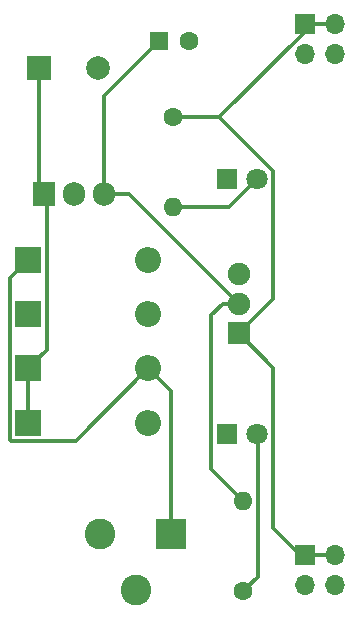
<source format=gtl>
%TF.GenerationSoftware,KiCad,Pcbnew,(5.1.9)-1*%
%TF.CreationDate,2021-12-31T02:05:00-06:00*%
%TF.ProjectId,BreadBoardPowerSupply,42726561-6442-46f6-9172-64506f776572,rev?*%
%TF.SameCoordinates,Original*%
%TF.FileFunction,Copper,L1,Top*%
%TF.FilePolarity,Positive*%
%FSLAX46Y46*%
G04 Gerber Fmt 4.6, Leading zero omitted, Abs format (unit mm)*
G04 Created by KiCad (PCBNEW (5.1.9)-1) date 2021-12-31 02:05:00*
%MOMM*%
%LPD*%
G01*
G04 APERTURE LIST*
%TA.AperFunction,ComponentPad*%
%ADD10C,1.600000*%
%TD*%
%TA.AperFunction,ComponentPad*%
%ADD11O,1.600000X1.600000*%
%TD*%
%TA.AperFunction,ComponentPad*%
%ADD12C,2.000000*%
%TD*%
%TA.AperFunction,ComponentPad*%
%ADD13R,2.000000X2.000000*%
%TD*%
%TA.AperFunction,ComponentPad*%
%ADD14R,1.600000X1.600000*%
%TD*%
%TA.AperFunction,ComponentPad*%
%ADD15O,2.200000X2.200000*%
%TD*%
%TA.AperFunction,ComponentPad*%
%ADD16R,2.200000X2.200000*%
%TD*%
%TA.AperFunction,ComponentPad*%
%ADD17C,1.800000*%
%TD*%
%TA.AperFunction,ComponentPad*%
%ADD18R,1.800000X1.800000*%
%TD*%
%TA.AperFunction,ComponentPad*%
%ADD19C,2.600000*%
%TD*%
%TA.AperFunction,ComponentPad*%
%ADD20R,2.600000X2.600000*%
%TD*%
%TA.AperFunction,ComponentPad*%
%ADD21R,1.700000X1.700000*%
%TD*%
%TA.AperFunction,ComponentPad*%
%ADD22O,1.700000X1.700000*%
%TD*%
%TA.AperFunction,ComponentPad*%
%ADD23C,1.900000*%
%TD*%
%TA.AperFunction,ComponentPad*%
%ADD24R,1.900000X1.900000*%
%TD*%
%TA.AperFunction,ComponentPad*%
%ADD25O,1.905000X2.000000*%
%TD*%
%TA.AperFunction,ComponentPad*%
%ADD26R,1.905000X2.000000*%
%TD*%
%TA.AperFunction,Conductor*%
%ADD27C,0.300000*%
%TD*%
G04 APERTURE END LIST*
D10*
%TO.P,R2,1*%
%TO.N,/Vout2*%
X137795000Y-82677000D03*
D11*
%TO.P,R2,2*%
%TO.N,Net-(D6-Pad2)*%
X137795000Y-90297000D03*
%TD*%
D12*
%TO.P,C1,2*%
%TO.N,/V-*%
X131492000Y-78486000D03*
D13*
%TO.P,C1,1*%
%TO.N,/Vin*%
X126492000Y-78486000D03*
%TD*%
D10*
%TO.P,C2,2*%
%TO.N,/V-*%
X139152000Y-76200000D03*
D14*
%TO.P,C2,1*%
%TO.N,/Vout1*%
X136652000Y-76200000D03*
%TD*%
D15*
%TO.P,D1,2*%
%TO.N,Net-(D1-Pad2)*%
X135741001Y-103929334D03*
D16*
%TO.P,D1,1*%
%TO.N,/Vin*%
X125581001Y-103929334D03*
%TD*%
D15*
%TO.P,D2,2*%
%TO.N,/V-*%
X135741001Y-94742000D03*
D16*
%TO.P,D2,1*%
%TO.N,Net-(D1-Pad2)*%
X125581001Y-94742000D03*
%TD*%
%TO.P,D3,1*%
%TO.N,/Vin*%
X125581001Y-108523001D03*
D15*
%TO.P,D3,2*%
%TO.N,Net-(D3-Pad2)*%
X135741001Y-108523001D03*
%TD*%
%TO.P,D4,2*%
%TO.N,/V-*%
X135741001Y-99335667D03*
D16*
%TO.P,D4,1*%
%TO.N,Net-(D3-Pad2)*%
X125581001Y-99335667D03*
%TD*%
D17*
%TO.P,D5,2*%
%TO.N,Net-(D5-Pad2)*%
X144943000Y-109474000D03*
D18*
%TO.P,D5,1*%
%TO.N,/V-*%
X142403000Y-109474000D03*
%TD*%
%TO.P,D6,1*%
%TO.N,/V-*%
X142403000Y-87884000D03*
D17*
%TO.P,D6,2*%
%TO.N,Net-(D6-Pad2)*%
X144943000Y-87884000D03*
%TD*%
D19*
%TO.P,J1,3*%
%TO.N,Net-(J1-Pad3)*%
X134668000Y-122683000D03*
%TO.P,J1,2*%
%TO.N,Net-(D3-Pad2)*%
X131668000Y-117983000D03*
D20*
%TO.P,J1,1*%
%TO.N,Net-(D1-Pad2)*%
X137668000Y-117983000D03*
%TD*%
D21*
%TO.P,J2,1*%
%TO.N,/Vout2*%
X148971000Y-74803000D03*
D22*
%TO.P,J2,2*%
X151511000Y-74803000D03*
%TO.P,J2,3*%
%TO.N,/V-*%
X148971000Y-77343000D03*
%TO.P,J2,4*%
X151511000Y-77343000D03*
%TD*%
D21*
%TO.P,J3,1*%
%TO.N,/Vout2*%
X148971000Y-119761000D03*
D22*
%TO.P,J3,2*%
X151511000Y-119761000D03*
%TO.P,J3,3*%
%TO.N,/V-*%
X148971000Y-122301000D03*
%TO.P,J3,4*%
X151511000Y-122301000D03*
%TD*%
D11*
%TO.P,R1,2*%
%TO.N,/Vout1*%
X143764000Y-115189000D03*
D10*
%TO.P,R1,1*%
%TO.N,Net-(D5-Pad2)*%
X143764000Y-122809000D03*
%TD*%
D23*
%TO.P,SW1,3*%
%TO.N,Net-(SW1-Pad3)*%
X143383000Y-95965000D03*
%TO.P,SW1,2*%
%TO.N,/Vout1*%
X143383000Y-98465000D03*
D24*
%TO.P,SW1,1*%
%TO.N,/Vout2*%
X143383000Y-100965000D03*
%TD*%
D25*
%TO.P,U1,3*%
%TO.N,/Vout1*%
X131953000Y-89154000D03*
%TO.P,U1,2*%
%TO.N,/V-*%
X129413000Y-89154000D03*
D26*
%TO.P,U1,1*%
%TO.N,/Vin*%
X126873000Y-89154000D03*
%TD*%
D27*
%TO.N,/Vin*%
X126750002Y-89412002D02*
X126492000Y-89154000D01*
X125581001Y-108523001D02*
X125581001Y-103929334D01*
X127131002Y-89412002D02*
X126873000Y-89154000D01*
X127131002Y-102379333D02*
X127131002Y-89412002D01*
X125581001Y-103929334D02*
X127131002Y-102379333D01*
X126492000Y-88773000D02*
X126873000Y-89154000D01*
X126492000Y-78486000D02*
X126492000Y-88773000D01*
%TO.N,/Vout1*%
X141052999Y-112477999D02*
X143764000Y-115189000D01*
X141052999Y-99451499D02*
X141052999Y-112477999D01*
X142039498Y-98465000D02*
X141052999Y-99451499D01*
X143383000Y-98465000D02*
X142039498Y-98465000D01*
X134072000Y-89154000D02*
X131953000Y-89154000D01*
X143383000Y-98465000D02*
X134072000Y-89154000D01*
X131953000Y-80899000D02*
X131953000Y-89154000D01*
X136652000Y-76200000D02*
X131953000Y-80899000D01*
%TO.N,Net-(D1-Pad2)*%
X124031000Y-96292001D02*
X125581001Y-94742000D01*
X124031000Y-109983002D02*
X124031000Y-96292001D01*
X124121000Y-110073002D02*
X124031000Y-109983002D01*
X129597333Y-110073002D02*
X124121000Y-110073002D01*
X135741001Y-103929334D02*
X129597333Y-110073002D01*
X137668000Y-105856333D02*
X135741001Y-103929334D01*
X137668000Y-117983000D02*
X137668000Y-105856333D01*
%TO.N,Net-(D5-Pad2)*%
X145014001Y-121558999D02*
X145014001Y-109545001D01*
X145014001Y-109545001D02*
X144943000Y-109474000D01*
X143764000Y-122809000D02*
X145014001Y-121558999D01*
%TO.N,Net-(D6-Pad2)*%
X142530000Y-90297000D02*
X144943000Y-87884000D01*
X137795000Y-90297000D02*
X142530000Y-90297000D01*
%TO.N,/Vout2*%
X151511000Y-119761000D02*
X148971000Y-119761000D01*
X146293001Y-103875001D02*
X143383000Y-100965000D01*
X146293001Y-117444477D02*
X146293001Y-103875001D01*
X148609524Y-119761000D02*
X146293001Y-117444477D01*
X148971000Y-119761000D02*
X148609524Y-119761000D01*
X148971000Y-74803000D02*
X151511000Y-74803000D01*
X141734002Y-82677000D02*
X137795000Y-82677000D01*
X146293001Y-87235999D02*
X141734002Y-82677000D01*
X146293001Y-98054999D02*
X146293001Y-87235999D01*
X143383000Y-100965000D02*
X146293001Y-98054999D01*
X148971000Y-75418998D02*
X148971000Y-74803000D01*
X141734002Y-82655996D02*
X148971000Y-75418998D01*
X141734002Y-82677000D02*
X141734002Y-82655996D01*
%TD*%
M02*

</source>
